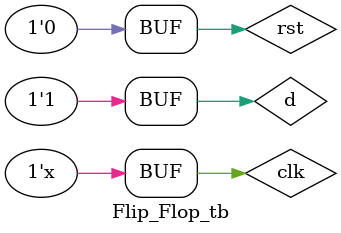
<source format=v>
module Async_D_FF(output reg q, input d, clk, rst);
    always @(posedge clk or negedge rst) begin
        if(!rst)
            q <=0 ;
        else
            q <= d;
    end
endmodule

module Sync_D_FF(output reg q, input d, clk, rst);
    always @(posedge clk) begin
        if(!rst)
            q <=0 ;
        else
            q <= d;
    end
endmodule

module Flip_Flop_tb;
    reg d, clk, rst;
    wire async_q, sync_q;

    Async_D_FF D_FF1 (async_q,d,clk,rst);
    Sync_D_FF D_FF2 (sync_q,d,clk,rst);

    always #10 clk = ~clk;

    initial begin
        clk=0;d=0;rst=0;
        #15 d=1;
        #10 rst=1;
        #23 rst=0;
    end

endmodule

</source>
